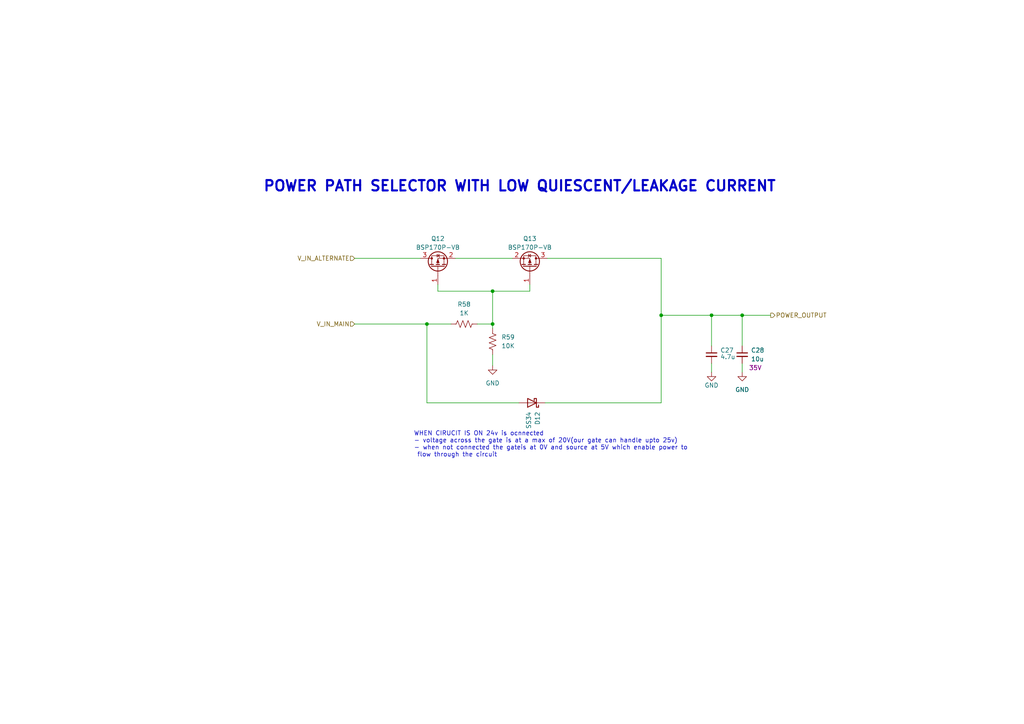
<source format=kicad_sch>
(kicad_sch (version 20230121) (generator eeschema)
  (paper "A4")
  (lib_symbols
    (symbol "Device:C_Small" (pin_numbers hide) (pin_names (offset 0.254) hide)
      (property "Reference" "C" (at 0.254 1.778 0))
      (property "Value" "C_Small" (at 0.254 -2.032 0))
      (symbol "C_Small_0_1"
        (polyline (pts (xy -1.524 -0.508) (xy 1.524 -0.508)) (stroke (width 0.3302)))
        (polyline (pts (xy -1.524 0.508) (xy 1.524 0.508)) (stroke (width 0.3048)))
      )
      (symbol "C_Small_1_1"
        (pin passive line (at 0 2.54 270) (length 2.032) (name "~") (number "1"))
        (pin passive line (at 0 -2.54 90) (length 2.032) (name "~") (number "2"))
      )
    )
    (symbol "Device:D_Schottky" (pin_numbers hide) (pin_names (offset 1.016) hide)
      (property "Reference" "D" (at 0 2.54 0))
      (property "Value" "D_Schottky" (at 0 -2.54 0))
      (symbol "D_Schottky_0_1"
        (polyline (pts (xy 1.27 0) (xy -1.27 0)))
        (polyline (pts (xy 1.27 1.27) (xy 1.27 -1.27) (xy -1.27 0) (xy 1.27 1.27)) (stroke (width 0.254)))
        (polyline (pts (xy -1.905 0.635) (xy -1.905 1.27) (xy -1.27 1.27) (xy -1.27 -1.27) (xy -0.635 -1.27) (xy -0.635 -0.635)) (stroke (width 0.254)))
      )
      (symbol "D_Schottky_1_1"
        (pin passive line (at -3.81 0 0) (length 2.54) (name "K") (number "1"))
        (pin passive line (at 3.81 0 180) (length 2.54) (name "A") (number "2"))
      )
    )
    (symbol "Device:Q_PMOS_GSD" (pin_names (offset 0) hide)
      (property "Reference" "Q" (at 5.08 1.27 0))
      (property "Value" "Q_PMOS_GSD" (at 5.08 -1.27 0))
      (symbol "Q_PMOS_GSD_0_1"
        (polyline (pts (xy 0.254 0) (xy -2.54 0)))
        (polyline (pts (xy 0.254 1.905) (xy 0.254 -1.905)) (stroke (width 0.254)))
        (polyline (pts (xy 0.762 -1.27) (xy 0.762 -2.286)) (stroke (width 0.254)))
        (polyline (pts (xy 0.762 0.508) (xy 0.762 -0.508)) (stroke (width 0.254)))
        (polyline (pts (xy 0.762 2.286) (xy 0.762 1.27)) (stroke (width 0.254)))
        (polyline (pts (xy 2.54 2.54) (xy 2.54 1.778)))
        (polyline (pts (xy 2.54 -2.54) (xy 2.54 0) (xy 0.762 0)))
        (polyline (pts (xy 0.762 1.778) (xy 3.302 1.778) (xy 3.302 -1.778) (xy 0.762 -1.778)))
        (polyline (pts (xy 2.286 0) (xy 1.27 0.381) (xy 1.27 -0.381) (xy 2.286 0)) (fill (type outline)))
        (polyline (pts (xy 2.794 -0.508) (xy 2.921 -0.381) (xy 3.683 -0.381) (xy 3.81 -0.254)))
        (polyline (pts (xy 3.302 -0.381) (xy 2.921 0.254) (xy 3.683 0.254) (xy 3.302 -0.381)))
        (circle (center 1.651 0) (radius 2.794) (stroke (width 0.254)))
        (circle (center 2.54 -1.778) (radius 0.254) (fill (type outline)))
        (circle (center 2.54 1.778) (radius 0.254) (fill (type outline)))
      )
      (symbol "Q_PMOS_GSD_1_1"
        (pin input line (at -5.08 0 0) (length 2.54) (name "G") (number "1"))
        (pin passive line (at 2.54 -5.08 90) (length 2.54) (name "S") (number "2"))
        (pin passive line (at 2.54 5.08 270) (length 2.54) (name "D") (number "3"))
      )
    )
    (symbol "Device:R_US" (pin_numbers hide) (pin_names (offset 0))
      (property "Reference" "R" (at 2.54 0 90))
      (property "Value" "R_US" (at -2.54 0 90))
      (symbol "R_US_0_1"
        (polyline (pts (xy 0 -2.286) (xy 0 -2.54)))
        (polyline (pts (xy 0 2.286) (xy 0 2.54)))
        (polyline (pts (xy 0 -0.762) (xy 1.016 -1.143) (xy 0 -1.524) (xy -1.016 -1.905) (xy 0 -2.286)))
        (polyline (pts (xy 0 0.762) (xy 1.016 0.381) (xy 0 0) (xy -1.016 -0.381) (xy 0 -0.762)))
        (polyline (pts (xy 0 2.286) (xy 1.016 1.905) (xy 0 1.524) (xy -1.016 1.143) (xy 0 0.762)))
      )
      (symbol "R_US_1_1"
        (pin passive line (at 0 3.81 270) (length 1.27) (name "~") (number "1"))
        (pin passive line (at 0 -3.81 90) (length 1.27) (name "~") (number "2"))
      )
    )
    (symbol "power:GND" (power) (pin_names (offset 0))
      (property "Value" "GND" (at 0 -3.81 0))
      (symbol "GND_0_1"
        (polyline (pts (xy 0 0) (xy 0 -1.27) (xy 1.27 -1.27) (xy 0 -2.54) (xy -1.27 -1.27) (xy 0 -1.27)))
      )
      (symbol "GND_1_1"
        (pin power_in line (at 0 0 270) (length 0) hide (name "GND") (number "1"))
      )
    )
  )
  (junction (at 215.265 91.44))
  (junction (at 142.875 93.98))
  (junction (at 206.375 91.44))
  (junction (at 142.875 84.455))
  (junction (at 191.77 91.44))
  (junction (at 123.825 93.98))
  (wire (pts (xy 142.875 84.455) (xy 153.67 84.455)))
  (wire (pts (xy 123.825 93.98) (xy 130.81 93.98)))
  (wire (pts (xy 127 84.455) (xy 142.875 84.455)))
  (wire (pts (xy 123.825 93.98) (xy 123.825 116.84)))
  (wire (pts (xy 158.75 74.93) (xy 191.77 74.93)))
  (wire (pts (xy 158.115 116.84) (xy 191.77 116.84)))
  (wire (pts (xy 206.375 91.44) (xy 215.265 91.44)))
  (wire (pts (xy 127 82.55) (xy 127 84.455)))
  (wire (pts (xy 102.87 93.98) (xy 123.825 93.98)))
  (wire (pts (xy 206.375 91.44) (xy 206.375 100.33)))
  (wire (pts (xy 215.265 91.44) (xy 215.265 100.33)))
  (wire (pts (xy 206.375 105.41) (xy 206.375 107.95)))
  (wire (pts (xy 191.77 116.84) (xy 191.77 91.44)))
  (wire (pts (xy 102.87 74.93) (xy 121.92 74.93)))
  (wire (pts (xy 191.77 91.44) (xy 206.375 91.44)))
  (wire (pts (xy 153.67 84.455) (xy 153.67 82.55)))
  (wire (pts (xy 142.875 84.455) (xy 142.875 93.98)))
  (wire (pts (xy 191.77 91.44) (xy 191.77 74.93)))
  (wire (pts (xy 215.265 105.41) (xy 215.265 107.95)))
  (wire (pts (xy 215.265 91.44) (xy 223.52 91.44)))
  (wire (pts (xy 138.43 93.98) (xy 142.875 93.98)))
  (wire (pts (xy 142.875 93.98) (xy 142.875 95.25)))
  (wire (pts (xy 123.825 116.84) (xy 150.495 116.84)))
  (wire (pts (xy 142.875 102.87) (xy 142.875 106.045)))
  (wire (pts (xy 132.08 74.93) (xy 148.59 74.93)))
  (text "POWER PATH SELECTOR WITH LOW QUIESCENT/LEAKAGE CURRENT" (at 76.2 55.88 0) (effects (font (size 3 3) bold) (justify left bottom)))
  (text "WHEN CIRUCIT IS ON 24v is ocnnected\n- voltage across the gate is at a max of 20V(our gate can handle upto 25v)\n- when not connected the gateis at 0V and source at 5V which enable power to\n flow through the circuit" (at 120.015 132.715 0) (effects (font (size 1.27 1.27)) (justify left bottom)))
  (hierarchical_label "POWER_OUTPUT" (shape output) (at 223.52 91.44 0))
  (hierarchical_label "V_IN_ALTERNATE" (shape input) (at 102.87 74.93 180))
  (hierarchical_label "V_IN_MAIN" (shape input) (at 102.87 93.98 180))
  (symbol (lib_id "Device:Q_PMOS_GSD") (at 127 77.47 90) (unit 1)
    (property "Reference" "Q12" (at 127 69.215 90))
    (property "Value" "BSP170P-VB" (at 127 71.755 90))
    (property "Footprint" "Package_TO_SOT_SMD:SOT-223-3_TabPin2" (effects hide))
  )
  (symbol (lib_id "Device:C_Small") (at 206.375 102.87 0) (unit 1)
    (property "Reference" "C30" (at 208.915 101.6062 0) (effects (justify left)))
    (property "Value" "4.7u" (at 208.915 103.505 0) (effects (justify left)))
    (property "Footprint" "Capacitor_SMD:C_0603_1608Metric" (effects hide))
    (instances (project "Weather_Station_Project" (path "" (reference "C27") (unit 1))) (project "RpiPico_Agriboard" (path "" (reference "C30") (unit 1))))
  )
  (symbol (lib_id "Device:D_Schottky") (at 154.305 116.84 180) (unit 1)
    (property "Reference" "D6" (at 155.8926 119.38 90) (effects (justify left)))
    (property "Value" "SS34" (at 153.3526 119.38 90) (effects (justify left)))
    (property "Footprint" "Diode_SMD:D_SMA" (effects hide))
    (instances (project "Weather_Station_Project" (path "" (reference "D12") (unit 1))) (project "RpiPico_Agriboard" (path "" (reference "D6") (unit 1))))
  )
  (symbol (lib_id "power:GND") (at 142.875 106.045 0) (unit 1)
    (property "Reference" "#PWR078" (effects hide))
    (property "Value" "GND" (at 142.875 111.125 0))
  )
  (symbol (lib_id "power:GND") (at 215.265 107.95 0) (unit 1)
    (property "Reference" "#PWR080" (effects hide))
    (property "Value" "GND" (at 215.265 113.03 0))
  )
  (symbol (lib_id "Device:R_US") (at 134.62 93.98 90) (unit 1)
    (property "Reference" "R24" (at 134.62 88.265 90))
    (property "Value" "1K" (at 134.62 90.805 90))
    (property "Footprint" "Resistor_SMD:R_0603_1608Metric" (effects hide))
    (instances (project "Weather_Station_Project" (path "" (reference "R58") (unit 1))) (project "RpiPico_Agriboard" (path "" (reference "R24") (unit 1))))
  )
  (symbol (lib_id "power:GND") (at 206.375 107.95 0) (unit 1)
    (property "Reference" "#PWR079" (effects hide))
    (property "Value" "GND" (at 206.375 111.76 0))
  )
  (symbol (lib_id "Device:Q_PMOS_GSD") (at 153.67 77.47 270) (mirror x) (unit 1)
    (property "Reference" "Q13" (at 153.67 69.215 90))
    (property "Value" "BSP170P-VB" (at 153.67 71.755 90))
    (property "Footprint" "Package_TO_SOT_SMD:SOT-223-3_TabPin2" (effects hide))
  )
  (symbol (lib_id "Device:R_US") (at 142.875 99.06 0) (unit 1)
    (property "Reference" "R27" (at 145.415 97.7899 0) (effects (justify left)))
    (property "Value" "10K" (at 145.415 100.3299 0) (effects (justify left)))
    (property "Footprint" "Resistor_SMD:R_0603_1608Metric" (effects hide))
    (instances (project "Weather_Station_Project" (path "" (reference "R59") (unit 1))) (project "RpiPico_Agriboard" (path "" (reference "R27") (unit 1))))
  )
  (symbol (lib_id "Device:C_Small") (at 215.265 102.87 0) (unit 1)
    (property "Reference" "C37" (at 217.805 101.6062 0) (effects (justify left)))
    (property "Value" "10u" (at 217.805 104.14 0) (effects (justify left)))
    (property "Footprint" "Capacitor_SMD:C_0603_1608Metric" (effects hide))
    (property "VOLTAGE" "35V" (at 219.075 106.68 0))
    (instances (project "Weather_Station_Project" (path "" (reference "C28") (unit 1))) (project "RpiPico_Agriboard" (path "" (reference "C37") (unit 1))))
  )
)
</source>
